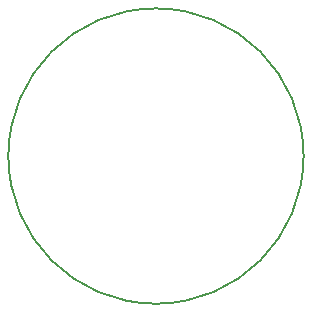
<source format=gm1>
G04 #@! TF.GenerationSoftware,KiCad,Pcbnew,5.0.2-bee76a0~70~ubuntu18.04.1*
G04 #@! TF.CreationDate,2019-05-27T21:37:22+02:00*
G04 #@! TF.ProjectId,mainboard,6d61696e-626f-4617-9264-2e6b69636164,rev?*
G04 #@! TF.SameCoordinates,Original*
G04 #@! TF.FileFunction,Profile,NP*
%FSLAX46Y46*%
G04 Gerber Fmt 4.6, Leading zero omitted, Abs format (unit mm)*
G04 Created by KiCad (PCBNEW 5.0.2-bee76a0~70~ubuntu18.04.1) date Mo 27 Mai 2019 21:37:22 CEST*
%MOMM*%
%LPD*%
G01*
G04 APERTURE LIST*
%ADD10C,0.150000*%
G04 APERTURE END LIST*
D10*
X122500000Y-80000000D02*
G75*
G03X122500000Y-80000000I-12500000J0D01*
G01*
M02*

</source>
